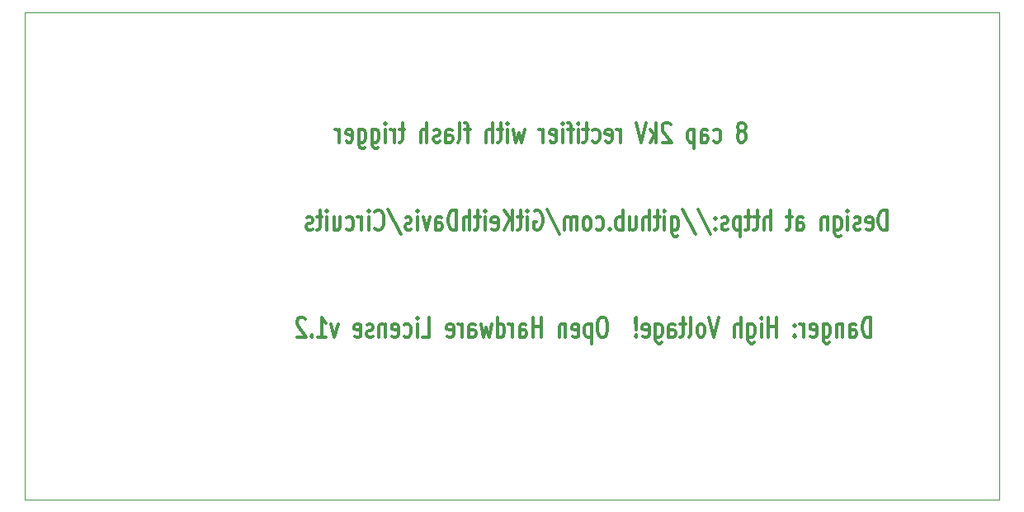
<source format=gbr>
G04 #@! TF.GenerationSoftware,KiCad,Pcbnew,5.1.4-e60b266~84~ubuntu16.04.1*
G04 #@! TF.CreationDate,2019-10-08T23:41:47-05:00*
G04 #@! TF.ProjectId,8cap,38636170-2e6b-4696-9361-645f70636258,rev?*
G04 #@! TF.SameCoordinates,Original*
G04 #@! TF.FileFunction,Legend,Bot*
G04 #@! TF.FilePolarity,Positive*
%FSLAX46Y46*%
G04 Gerber Fmt 4.6, Leading zero omitted, Abs format (unit mm)*
G04 Created by KiCad (PCBNEW 5.1.4-e60b266~84~ubuntu16.04.1) date 2019-10-08 23:41:47*
%MOMM*%
%LPD*%
G04 APERTURE LIST*
%ADD10C,0.300000*%
%ADD11C,0.050000*%
G04 APERTURE END LIST*
D10*
X186792857Y-133304761D02*
X186792857Y-131304761D01*
X186435714Y-131304761D01*
X186221428Y-131400000D01*
X186078571Y-131590476D01*
X186007142Y-131780952D01*
X185935714Y-132161904D01*
X185935714Y-132447619D01*
X186007142Y-132828571D01*
X186078571Y-133019047D01*
X186221428Y-133209523D01*
X186435714Y-133304761D01*
X186792857Y-133304761D01*
X184650000Y-133304761D02*
X184650000Y-132257142D01*
X184721428Y-132066666D01*
X184864285Y-131971428D01*
X185150000Y-131971428D01*
X185292857Y-132066666D01*
X184650000Y-133209523D02*
X184792857Y-133304761D01*
X185150000Y-133304761D01*
X185292857Y-133209523D01*
X185364285Y-133019047D01*
X185364285Y-132828571D01*
X185292857Y-132638095D01*
X185150000Y-132542857D01*
X184792857Y-132542857D01*
X184650000Y-132447619D01*
X183935714Y-131971428D02*
X183935714Y-133304761D01*
X183935714Y-132161904D02*
X183864285Y-132066666D01*
X183721428Y-131971428D01*
X183507142Y-131971428D01*
X183364285Y-132066666D01*
X183292857Y-132257142D01*
X183292857Y-133304761D01*
X181935714Y-131971428D02*
X181935714Y-133590476D01*
X182007142Y-133780952D01*
X182078571Y-133876190D01*
X182221428Y-133971428D01*
X182435714Y-133971428D01*
X182578571Y-133876190D01*
X181935714Y-133209523D02*
X182078571Y-133304761D01*
X182364285Y-133304761D01*
X182507142Y-133209523D01*
X182578571Y-133114285D01*
X182650000Y-132923809D01*
X182650000Y-132352380D01*
X182578571Y-132161904D01*
X182507142Y-132066666D01*
X182364285Y-131971428D01*
X182078571Y-131971428D01*
X181935714Y-132066666D01*
X180650000Y-133209523D02*
X180792857Y-133304761D01*
X181078571Y-133304761D01*
X181221428Y-133209523D01*
X181292857Y-133019047D01*
X181292857Y-132257142D01*
X181221428Y-132066666D01*
X181078571Y-131971428D01*
X180792857Y-131971428D01*
X180650000Y-132066666D01*
X180578571Y-132257142D01*
X180578571Y-132447619D01*
X181292857Y-132638095D01*
X179935714Y-133304761D02*
X179935714Y-131971428D01*
X179935714Y-132352380D02*
X179864285Y-132161904D01*
X179792857Y-132066666D01*
X179650000Y-131971428D01*
X179507142Y-131971428D01*
X179007142Y-133114285D02*
X178935714Y-133209523D01*
X179007142Y-133304761D01*
X179078571Y-133209523D01*
X179007142Y-133114285D01*
X179007142Y-133304761D01*
X179007142Y-132066666D02*
X178935714Y-132161904D01*
X179007142Y-132257142D01*
X179078571Y-132161904D01*
X179007142Y-132066666D01*
X179007142Y-132257142D01*
X177150000Y-133304761D02*
X177150000Y-131304761D01*
X177150000Y-132257142D02*
X176292857Y-132257142D01*
X176292857Y-133304761D02*
X176292857Y-131304761D01*
X175578571Y-133304761D02*
X175578571Y-131971428D01*
X175578571Y-131304761D02*
X175650000Y-131400000D01*
X175578571Y-131495238D01*
X175507142Y-131400000D01*
X175578571Y-131304761D01*
X175578571Y-131495238D01*
X174221428Y-131971428D02*
X174221428Y-133590476D01*
X174292857Y-133780952D01*
X174364285Y-133876190D01*
X174507142Y-133971428D01*
X174721428Y-133971428D01*
X174864285Y-133876190D01*
X174221428Y-133209523D02*
X174364285Y-133304761D01*
X174650000Y-133304761D01*
X174792857Y-133209523D01*
X174864285Y-133114285D01*
X174935714Y-132923809D01*
X174935714Y-132352380D01*
X174864285Y-132161904D01*
X174792857Y-132066666D01*
X174650000Y-131971428D01*
X174364285Y-131971428D01*
X174221428Y-132066666D01*
X173507142Y-133304761D02*
X173507142Y-131304761D01*
X172864285Y-133304761D02*
X172864285Y-132257142D01*
X172935714Y-132066666D01*
X173078571Y-131971428D01*
X173292857Y-131971428D01*
X173435714Y-132066666D01*
X173507142Y-132161904D01*
X171221428Y-131304761D02*
X170721428Y-133304761D01*
X170221428Y-131304761D01*
X169507142Y-133304761D02*
X169650000Y-133209523D01*
X169721428Y-133114285D01*
X169792857Y-132923809D01*
X169792857Y-132352380D01*
X169721428Y-132161904D01*
X169650000Y-132066666D01*
X169507142Y-131971428D01*
X169292857Y-131971428D01*
X169150000Y-132066666D01*
X169078571Y-132161904D01*
X169007142Y-132352380D01*
X169007142Y-132923809D01*
X169078571Y-133114285D01*
X169150000Y-133209523D01*
X169292857Y-133304761D01*
X169507142Y-133304761D01*
X168150000Y-133304761D02*
X168292857Y-133209523D01*
X168364285Y-133019047D01*
X168364285Y-131304761D01*
X167792857Y-131971428D02*
X167221428Y-131971428D01*
X167578571Y-131304761D02*
X167578571Y-133019047D01*
X167507142Y-133209523D01*
X167364285Y-133304761D01*
X167221428Y-133304761D01*
X166078571Y-133304761D02*
X166078571Y-132257142D01*
X166150000Y-132066666D01*
X166292857Y-131971428D01*
X166578571Y-131971428D01*
X166721428Y-132066666D01*
X166078571Y-133209523D02*
X166221428Y-133304761D01*
X166578571Y-133304761D01*
X166721428Y-133209523D01*
X166792857Y-133019047D01*
X166792857Y-132828571D01*
X166721428Y-132638095D01*
X166578571Y-132542857D01*
X166221428Y-132542857D01*
X166078571Y-132447619D01*
X164721428Y-131971428D02*
X164721428Y-133590476D01*
X164792857Y-133780952D01*
X164864285Y-133876190D01*
X165007142Y-133971428D01*
X165221428Y-133971428D01*
X165364285Y-133876190D01*
X164721428Y-133209523D02*
X164864285Y-133304761D01*
X165150000Y-133304761D01*
X165292857Y-133209523D01*
X165364285Y-133114285D01*
X165435714Y-132923809D01*
X165435714Y-132352380D01*
X165364285Y-132161904D01*
X165292857Y-132066666D01*
X165150000Y-131971428D01*
X164864285Y-131971428D01*
X164721428Y-132066666D01*
X163435714Y-133209523D02*
X163578571Y-133304761D01*
X163864285Y-133304761D01*
X164007142Y-133209523D01*
X164078571Y-133019047D01*
X164078571Y-132257142D01*
X164007142Y-132066666D01*
X163864285Y-131971428D01*
X163578571Y-131971428D01*
X163435714Y-132066666D01*
X163364285Y-132257142D01*
X163364285Y-132447619D01*
X164078571Y-132638095D01*
X162721428Y-133114285D02*
X162650000Y-133209523D01*
X162721428Y-133304761D01*
X162792857Y-133209523D01*
X162721428Y-133114285D01*
X162721428Y-133304761D01*
X162721428Y-132542857D02*
X162792857Y-131400000D01*
X162721428Y-131304761D01*
X162650000Y-131400000D01*
X162721428Y-132542857D01*
X162721428Y-131304761D01*
X159435714Y-131304761D02*
X159150000Y-131304761D01*
X159007142Y-131400000D01*
X158864285Y-131590476D01*
X158792857Y-131971428D01*
X158792857Y-132638095D01*
X158864285Y-133019047D01*
X159007142Y-133209523D01*
X159150000Y-133304761D01*
X159435714Y-133304761D01*
X159578571Y-133209523D01*
X159721428Y-133019047D01*
X159792857Y-132638095D01*
X159792857Y-131971428D01*
X159721428Y-131590476D01*
X159578571Y-131400000D01*
X159435714Y-131304761D01*
X158150000Y-131971428D02*
X158150000Y-133971428D01*
X158150000Y-132066666D02*
X158007142Y-131971428D01*
X157721428Y-131971428D01*
X157578571Y-132066666D01*
X157507142Y-132161904D01*
X157435714Y-132352380D01*
X157435714Y-132923809D01*
X157507142Y-133114285D01*
X157578571Y-133209523D01*
X157721428Y-133304761D01*
X158007142Y-133304761D01*
X158150000Y-133209523D01*
X156221428Y-133209523D02*
X156364285Y-133304761D01*
X156650000Y-133304761D01*
X156792857Y-133209523D01*
X156864285Y-133019047D01*
X156864285Y-132257142D01*
X156792857Y-132066666D01*
X156650000Y-131971428D01*
X156364285Y-131971428D01*
X156221428Y-132066666D01*
X156150000Y-132257142D01*
X156150000Y-132447619D01*
X156864285Y-132638095D01*
X155507142Y-131971428D02*
X155507142Y-133304761D01*
X155507142Y-132161904D02*
X155435714Y-132066666D01*
X155292857Y-131971428D01*
X155078571Y-131971428D01*
X154935714Y-132066666D01*
X154864285Y-132257142D01*
X154864285Y-133304761D01*
X153007142Y-133304761D02*
X153007142Y-131304761D01*
X153007142Y-132257142D02*
X152150000Y-132257142D01*
X152150000Y-133304761D02*
X152150000Y-131304761D01*
X150792857Y-133304761D02*
X150792857Y-132257142D01*
X150864285Y-132066666D01*
X151007142Y-131971428D01*
X151292857Y-131971428D01*
X151435714Y-132066666D01*
X150792857Y-133209523D02*
X150935714Y-133304761D01*
X151292857Y-133304761D01*
X151435714Y-133209523D01*
X151507142Y-133019047D01*
X151507142Y-132828571D01*
X151435714Y-132638095D01*
X151292857Y-132542857D01*
X150935714Y-132542857D01*
X150792857Y-132447619D01*
X150078571Y-133304761D02*
X150078571Y-131971428D01*
X150078571Y-132352380D02*
X150007142Y-132161904D01*
X149935714Y-132066666D01*
X149792857Y-131971428D01*
X149650000Y-131971428D01*
X148507142Y-133304761D02*
X148507142Y-131304761D01*
X148507142Y-133209523D02*
X148650000Y-133304761D01*
X148935714Y-133304761D01*
X149078571Y-133209523D01*
X149150000Y-133114285D01*
X149221428Y-132923809D01*
X149221428Y-132352380D01*
X149150000Y-132161904D01*
X149078571Y-132066666D01*
X148935714Y-131971428D01*
X148650000Y-131971428D01*
X148507142Y-132066666D01*
X147935714Y-131971428D02*
X147650000Y-133304761D01*
X147364285Y-132352380D01*
X147078571Y-133304761D01*
X146792857Y-131971428D01*
X145578571Y-133304761D02*
X145578571Y-132257142D01*
X145650000Y-132066666D01*
X145792857Y-131971428D01*
X146078571Y-131971428D01*
X146221428Y-132066666D01*
X145578571Y-133209523D02*
X145721428Y-133304761D01*
X146078571Y-133304761D01*
X146221428Y-133209523D01*
X146292857Y-133019047D01*
X146292857Y-132828571D01*
X146221428Y-132638095D01*
X146078571Y-132542857D01*
X145721428Y-132542857D01*
X145578571Y-132447619D01*
X144864285Y-133304761D02*
X144864285Y-131971428D01*
X144864285Y-132352380D02*
X144792857Y-132161904D01*
X144721428Y-132066666D01*
X144578571Y-131971428D01*
X144435714Y-131971428D01*
X143364285Y-133209523D02*
X143507142Y-133304761D01*
X143792857Y-133304761D01*
X143935714Y-133209523D01*
X144007142Y-133019047D01*
X144007142Y-132257142D01*
X143935714Y-132066666D01*
X143792857Y-131971428D01*
X143507142Y-131971428D01*
X143364285Y-132066666D01*
X143292857Y-132257142D01*
X143292857Y-132447619D01*
X144007142Y-132638095D01*
X140792857Y-133304761D02*
X141507142Y-133304761D01*
X141507142Y-131304761D01*
X140292857Y-133304761D02*
X140292857Y-131971428D01*
X140292857Y-131304761D02*
X140364285Y-131400000D01*
X140292857Y-131495238D01*
X140221428Y-131400000D01*
X140292857Y-131304761D01*
X140292857Y-131495238D01*
X138935714Y-133209523D02*
X139078571Y-133304761D01*
X139364285Y-133304761D01*
X139507142Y-133209523D01*
X139578571Y-133114285D01*
X139649999Y-132923809D01*
X139649999Y-132352380D01*
X139578571Y-132161904D01*
X139507142Y-132066666D01*
X139364285Y-131971428D01*
X139078571Y-131971428D01*
X138935714Y-132066666D01*
X137721428Y-133209523D02*
X137864285Y-133304761D01*
X138149999Y-133304761D01*
X138292857Y-133209523D01*
X138364285Y-133019047D01*
X138364285Y-132257142D01*
X138292857Y-132066666D01*
X138149999Y-131971428D01*
X137864285Y-131971428D01*
X137721428Y-132066666D01*
X137649999Y-132257142D01*
X137649999Y-132447619D01*
X138364285Y-132638095D01*
X137007142Y-131971428D02*
X137007142Y-133304761D01*
X137007142Y-132161904D02*
X136935714Y-132066666D01*
X136792857Y-131971428D01*
X136578571Y-131971428D01*
X136435714Y-132066666D01*
X136364285Y-132257142D01*
X136364285Y-133304761D01*
X135721428Y-133209523D02*
X135578571Y-133304761D01*
X135292857Y-133304761D01*
X135149999Y-133209523D01*
X135078571Y-133019047D01*
X135078571Y-132923809D01*
X135149999Y-132733333D01*
X135292857Y-132638095D01*
X135507142Y-132638095D01*
X135649999Y-132542857D01*
X135721428Y-132352380D01*
X135721428Y-132257142D01*
X135649999Y-132066666D01*
X135507142Y-131971428D01*
X135292857Y-131971428D01*
X135149999Y-132066666D01*
X133864285Y-133209523D02*
X134007142Y-133304761D01*
X134292857Y-133304761D01*
X134435714Y-133209523D01*
X134507142Y-133019047D01*
X134507142Y-132257142D01*
X134435714Y-132066666D01*
X134292857Y-131971428D01*
X134007142Y-131971428D01*
X133864285Y-132066666D01*
X133792857Y-132257142D01*
X133792857Y-132447619D01*
X134507142Y-132638095D01*
X132149999Y-131971428D02*
X131792857Y-133304761D01*
X131435714Y-131971428D01*
X130078571Y-133304761D02*
X130935714Y-133304761D01*
X130507142Y-133304761D02*
X130507142Y-131304761D01*
X130649999Y-131590476D01*
X130792857Y-131780952D01*
X130935714Y-131876190D01*
X129435714Y-133114285D02*
X129364285Y-133209523D01*
X129435714Y-133304761D01*
X129507142Y-133209523D01*
X129435714Y-133114285D01*
X129435714Y-133304761D01*
X128792857Y-131495238D02*
X128721428Y-131400000D01*
X128578571Y-131304761D01*
X128221428Y-131304761D01*
X128078571Y-131400000D01*
X128007142Y-131495238D01*
X127935714Y-131685714D01*
X127935714Y-131876190D01*
X128007142Y-132161904D01*
X128864285Y-133304761D01*
X127935714Y-133304761D01*
X188450000Y-122304761D02*
X188450000Y-120304761D01*
X188092857Y-120304761D01*
X187878571Y-120400000D01*
X187735714Y-120590476D01*
X187664285Y-120780952D01*
X187592857Y-121161904D01*
X187592857Y-121447619D01*
X187664285Y-121828571D01*
X187735714Y-122019047D01*
X187878571Y-122209523D01*
X188092857Y-122304761D01*
X188450000Y-122304761D01*
X186378571Y-122209523D02*
X186521428Y-122304761D01*
X186807142Y-122304761D01*
X186950000Y-122209523D01*
X187021428Y-122019047D01*
X187021428Y-121257142D01*
X186950000Y-121066666D01*
X186807142Y-120971428D01*
X186521428Y-120971428D01*
X186378571Y-121066666D01*
X186307142Y-121257142D01*
X186307142Y-121447619D01*
X187021428Y-121638095D01*
X185735714Y-122209523D02*
X185592857Y-122304761D01*
X185307142Y-122304761D01*
X185164285Y-122209523D01*
X185092857Y-122019047D01*
X185092857Y-121923809D01*
X185164285Y-121733333D01*
X185307142Y-121638095D01*
X185521428Y-121638095D01*
X185664285Y-121542857D01*
X185735714Y-121352380D01*
X185735714Y-121257142D01*
X185664285Y-121066666D01*
X185521428Y-120971428D01*
X185307142Y-120971428D01*
X185164285Y-121066666D01*
X184450000Y-122304761D02*
X184450000Y-120971428D01*
X184450000Y-120304761D02*
X184521428Y-120400000D01*
X184450000Y-120495238D01*
X184378571Y-120400000D01*
X184450000Y-120304761D01*
X184450000Y-120495238D01*
X183092857Y-120971428D02*
X183092857Y-122590476D01*
X183164285Y-122780952D01*
X183235714Y-122876190D01*
X183378571Y-122971428D01*
X183592857Y-122971428D01*
X183735714Y-122876190D01*
X183092857Y-122209523D02*
X183235714Y-122304761D01*
X183521428Y-122304761D01*
X183664285Y-122209523D01*
X183735714Y-122114285D01*
X183807142Y-121923809D01*
X183807142Y-121352380D01*
X183735714Y-121161904D01*
X183664285Y-121066666D01*
X183521428Y-120971428D01*
X183235714Y-120971428D01*
X183092857Y-121066666D01*
X182378571Y-120971428D02*
X182378571Y-122304761D01*
X182378571Y-121161904D02*
X182307142Y-121066666D01*
X182164285Y-120971428D01*
X181950000Y-120971428D01*
X181807142Y-121066666D01*
X181735714Y-121257142D01*
X181735714Y-122304761D01*
X179235714Y-122304761D02*
X179235714Y-121257142D01*
X179307142Y-121066666D01*
X179450000Y-120971428D01*
X179735714Y-120971428D01*
X179878571Y-121066666D01*
X179235714Y-122209523D02*
X179378571Y-122304761D01*
X179735714Y-122304761D01*
X179878571Y-122209523D01*
X179950000Y-122019047D01*
X179950000Y-121828571D01*
X179878571Y-121638095D01*
X179735714Y-121542857D01*
X179378571Y-121542857D01*
X179235714Y-121447619D01*
X178735714Y-120971428D02*
X178164285Y-120971428D01*
X178521428Y-120304761D02*
X178521428Y-122019047D01*
X178450000Y-122209523D01*
X178307142Y-122304761D01*
X178164285Y-122304761D01*
X176521428Y-122304761D02*
X176521428Y-120304761D01*
X175878571Y-122304761D02*
X175878571Y-121257142D01*
X175950000Y-121066666D01*
X176092857Y-120971428D01*
X176307142Y-120971428D01*
X176450000Y-121066666D01*
X176521428Y-121161904D01*
X175378571Y-120971428D02*
X174807142Y-120971428D01*
X175164285Y-120304761D02*
X175164285Y-122019047D01*
X175092857Y-122209523D01*
X174950000Y-122304761D01*
X174807142Y-122304761D01*
X174521428Y-120971428D02*
X173950000Y-120971428D01*
X174307142Y-120304761D02*
X174307142Y-122019047D01*
X174235714Y-122209523D01*
X174092857Y-122304761D01*
X173950000Y-122304761D01*
X173450000Y-120971428D02*
X173450000Y-122971428D01*
X173450000Y-121066666D02*
X173307142Y-120971428D01*
X173021428Y-120971428D01*
X172878571Y-121066666D01*
X172807142Y-121161904D01*
X172735714Y-121352380D01*
X172735714Y-121923809D01*
X172807142Y-122114285D01*
X172878571Y-122209523D01*
X173021428Y-122304761D01*
X173307142Y-122304761D01*
X173450000Y-122209523D01*
X172164285Y-122209523D02*
X172021428Y-122304761D01*
X171735714Y-122304761D01*
X171592857Y-122209523D01*
X171521428Y-122019047D01*
X171521428Y-121923809D01*
X171592857Y-121733333D01*
X171735714Y-121638095D01*
X171950000Y-121638095D01*
X172092857Y-121542857D01*
X172164285Y-121352380D01*
X172164285Y-121257142D01*
X172092857Y-121066666D01*
X171950000Y-120971428D01*
X171735714Y-120971428D01*
X171592857Y-121066666D01*
X170878571Y-122114285D02*
X170807142Y-122209523D01*
X170878571Y-122304761D01*
X170950000Y-122209523D01*
X170878571Y-122114285D01*
X170878571Y-122304761D01*
X170878571Y-121066666D02*
X170807142Y-121161904D01*
X170878571Y-121257142D01*
X170950000Y-121161904D01*
X170878571Y-121066666D01*
X170878571Y-121257142D01*
X169092857Y-120209523D02*
X170378571Y-122780952D01*
X167521428Y-120209523D02*
X168807142Y-122780952D01*
X166378571Y-120971428D02*
X166378571Y-122590476D01*
X166450000Y-122780952D01*
X166521428Y-122876190D01*
X166664285Y-122971428D01*
X166878571Y-122971428D01*
X167021428Y-122876190D01*
X166378571Y-122209523D02*
X166521428Y-122304761D01*
X166807142Y-122304761D01*
X166950000Y-122209523D01*
X167021428Y-122114285D01*
X167092857Y-121923809D01*
X167092857Y-121352380D01*
X167021428Y-121161904D01*
X166950000Y-121066666D01*
X166807142Y-120971428D01*
X166521428Y-120971428D01*
X166378571Y-121066666D01*
X165664285Y-122304761D02*
X165664285Y-120971428D01*
X165664285Y-120304761D02*
X165735714Y-120400000D01*
X165664285Y-120495238D01*
X165592857Y-120400000D01*
X165664285Y-120304761D01*
X165664285Y-120495238D01*
X165164285Y-120971428D02*
X164592857Y-120971428D01*
X164949999Y-120304761D02*
X164949999Y-122019047D01*
X164878571Y-122209523D01*
X164735714Y-122304761D01*
X164592857Y-122304761D01*
X164092857Y-122304761D02*
X164092857Y-120304761D01*
X163449999Y-122304761D02*
X163449999Y-121257142D01*
X163521428Y-121066666D01*
X163664285Y-120971428D01*
X163878571Y-120971428D01*
X164021428Y-121066666D01*
X164092857Y-121161904D01*
X162092857Y-120971428D02*
X162092857Y-122304761D01*
X162735714Y-120971428D02*
X162735714Y-122019047D01*
X162664285Y-122209523D01*
X162521428Y-122304761D01*
X162307142Y-122304761D01*
X162164285Y-122209523D01*
X162092857Y-122114285D01*
X161378571Y-122304761D02*
X161378571Y-120304761D01*
X161378571Y-121066666D02*
X161235714Y-120971428D01*
X160949999Y-120971428D01*
X160807142Y-121066666D01*
X160735714Y-121161904D01*
X160664285Y-121352380D01*
X160664285Y-121923809D01*
X160735714Y-122114285D01*
X160807142Y-122209523D01*
X160949999Y-122304761D01*
X161235714Y-122304761D01*
X161378571Y-122209523D01*
X160021428Y-122114285D02*
X159949999Y-122209523D01*
X160021428Y-122304761D01*
X160092857Y-122209523D01*
X160021428Y-122114285D01*
X160021428Y-122304761D01*
X158664285Y-122209523D02*
X158807142Y-122304761D01*
X159092857Y-122304761D01*
X159235714Y-122209523D01*
X159307142Y-122114285D01*
X159378571Y-121923809D01*
X159378571Y-121352380D01*
X159307142Y-121161904D01*
X159235714Y-121066666D01*
X159092857Y-120971428D01*
X158807142Y-120971428D01*
X158664285Y-121066666D01*
X157807142Y-122304761D02*
X157949999Y-122209523D01*
X158021428Y-122114285D01*
X158092857Y-121923809D01*
X158092857Y-121352380D01*
X158021428Y-121161904D01*
X157949999Y-121066666D01*
X157807142Y-120971428D01*
X157592857Y-120971428D01*
X157449999Y-121066666D01*
X157378571Y-121161904D01*
X157307142Y-121352380D01*
X157307142Y-121923809D01*
X157378571Y-122114285D01*
X157449999Y-122209523D01*
X157592857Y-122304761D01*
X157807142Y-122304761D01*
X156664285Y-122304761D02*
X156664285Y-120971428D01*
X156664285Y-121161904D02*
X156592857Y-121066666D01*
X156449999Y-120971428D01*
X156235714Y-120971428D01*
X156092857Y-121066666D01*
X156021428Y-121257142D01*
X156021428Y-122304761D01*
X156021428Y-121257142D02*
X155949999Y-121066666D01*
X155807142Y-120971428D01*
X155592857Y-120971428D01*
X155449999Y-121066666D01*
X155378571Y-121257142D01*
X155378571Y-122304761D01*
X153592857Y-120209523D02*
X154878571Y-122780952D01*
X152307142Y-120400000D02*
X152449999Y-120304761D01*
X152664285Y-120304761D01*
X152878571Y-120400000D01*
X153021428Y-120590476D01*
X153092857Y-120780952D01*
X153164285Y-121161904D01*
X153164285Y-121447619D01*
X153092857Y-121828571D01*
X153021428Y-122019047D01*
X152878571Y-122209523D01*
X152664285Y-122304761D01*
X152521428Y-122304761D01*
X152307142Y-122209523D01*
X152235714Y-122114285D01*
X152235714Y-121447619D01*
X152521428Y-121447619D01*
X151592857Y-122304761D02*
X151592857Y-120971428D01*
X151592857Y-120304761D02*
X151664285Y-120400000D01*
X151592857Y-120495238D01*
X151521428Y-120400000D01*
X151592857Y-120304761D01*
X151592857Y-120495238D01*
X151092857Y-120971428D02*
X150521428Y-120971428D01*
X150878571Y-120304761D02*
X150878571Y-122019047D01*
X150807142Y-122209523D01*
X150664285Y-122304761D01*
X150521428Y-122304761D01*
X150021428Y-122304761D02*
X150021428Y-120304761D01*
X149164285Y-122304761D02*
X149807142Y-121161904D01*
X149164285Y-120304761D02*
X150021428Y-121447619D01*
X147949999Y-122209523D02*
X148092857Y-122304761D01*
X148378571Y-122304761D01*
X148521428Y-122209523D01*
X148592857Y-122019047D01*
X148592857Y-121257142D01*
X148521428Y-121066666D01*
X148378571Y-120971428D01*
X148092857Y-120971428D01*
X147949999Y-121066666D01*
X147878571Y-121257142D01*
X147878571Y-121447619D01*
X148592857Y-121638095D01*
X147235714Y-122304761D02*
X147235714Y-120971428D01*
X147235714Y-120304761D02*
X147307142Y-120400000D01*
X147235714Y-120495238D01*
X147164285Y-120400000D01*
X147235714Y-120304761D01*
X147235714Y-120495238D01*
X146735714Y-120971428D02*
X146164285Y-120971428D01*
X146521428Y-120304761D02*
X146521428Y-122019047D01*
X146449999Y-122209523D01*
X146307142Y-122304761D01*
X146164285Y-122304761D01*
X145664285Y-122304761D02*
X145664285Y-120304761D01*
X145021428Y-122304761D02*
X145021428Y-121257142D01*
X145092857Y-121066666D01*
X145235714Y-120971428D01*
X145449999Y-120971428D01*
X145592857Y-121066666D01*
X145664285Y-121161904D01*
X144307142Y-122304761D02*
X144307142Y-120304761D01*
X143949999Y-120304761D01*
X143735714Y-120400000D01*
X143592857Y-120590476D01*
X143521428Y-120780952D01*
X143449999Y-121161904D01*
X143449999Y-121447619D01*
X143521428Y-121828571D01*
X143592857Y-122019047D01*
X143735714Y-122209523D01*
X143949999Y-122304761D01*
X144307142Y-122304761D01*
X142164285Y-122304761D02*
X142164285Y-121257142D01*
X142235714Y-121066666D01*
X142378571Y-120971428D01*
X142664285Y-120971428D01*
X142807142Y-121066666D01*
X142164285Y-122209523D02*
X142307142Y-122304761D01*
X142664285Y-122304761D01*
X142807142Y-122209523D01*
X142878571Y-122019047D01*
X142878571Y-121828571D01*
X142807142Y-121638095D01*
X142664285Y-121542857D01*
X142307142Y-121542857D01*
X142164285Y-121447619D01*
X141592857Y-120971428D02*
X141235714Y-122304761D01*
X140878571Y-120971428D01*
X140307142Y-122304761D02*
X140307142Y-120971428D01*
X140307142Y-120304761D02*
X140378571Y-120400000D01*
X140307142Y-120495238D01*
X140235714Y-120400000D01*
X140307142Y-120304761D01*
X140307142Y-120495238D01*
X139664285Y-122209523D02*
X139521428Y-122304761D01*
X139235714Y-122304761D01*
X139092857Y-122209523D01*
X139021428Y-122019047D01*
X139021428Y-121923809D01*
X139092857Y-121733333D01*
X139235714Y-121638095D01*
X139449999Y-121638095D01*
X139592857Y-121542857D01*
X139664285Y-121352380D01*
X139664285Y-121257142D01*
X139592857Y-121066666D01*
X139449999Y-120971428D01*
X139235714Y-120971428D01*
X139092857Y-121066666D01*
X137307142Y-120209523D02*
X138592857Y-122780952D01*
X135949999Y-122114285D02*
X136021428Y-122209523D01*
X136235714Y-122304761D01*
X136378571Y-122304761D01*
X136592857Y-122209523D01*
X136735714Y-122019047D01*
X136807142Y-121828571D01*
X136878571Y-121447619D01*
X136878571Y-121161904D01*
X136807142Y-120780952D01*
X136735714Y-120590476D01*
X136592857Y-120400000D01*
X136378571Y-120304761D01*
X136235714Y-120304761D01*
X136021428Y-120400000D01*
X135949999Y-120495238D01*
X135307142Y-122304761D02*
X135307142Y-120971428D01*
X135307142Y-120304761D02*
X135378571Y-120400000D01*
X135307142Y-120495238D01*
X135235714Y-120400000D01*
X135307142Y-120304761D01*
X135307142Y-120495238D01*
X134592857Y-122304761D02*
X134592857Y-120971428D01*
X134592857Y-121352380D02*
X134521428Y-121161904D01*
X134449999Y-121066666D01*
X134307142Y-120971428D01*
X134164285Y-120971428D01*
X133021428Y-122209523D02*
X133164285Y-122304761D01*
X133449999Y-122304761D01*
X133592857Y-122209523D01*
X133664285Y-122114285D01*
X133735714Y-121923809D01*
X133735714Y-121352380D01*
X133664285Y-121161904D01*
X133592857Y-121066666D01*
X133449999Y-120971428D01*
X133164285Y-120971428D01*
X133021428Y-121066666D01*
X131735714Y-120971428D02*
X131735714Y-122304761D01*
X132378571Y-120971428D02*
X132378571Y-122019047D01*
X132307142Y-122209523D01*
X132164285Y-122304761D01*
X131949999Y-122304761D01*
X131807142Y-122209523D01*
X131735714Y-122114285D01*
X131021428Y-122304761D02*
X131021428Y-120971428D01*
X131021428Y-120304761D02*
X131092857Y-120400000D01*
X131021428Y-120495238D01*
X130949999Y-120400000D01*
X131021428Y-120304761D01*
X131021428Y-120495238D01*
X130521428Y-120971428D02*
X129949999Y-120971428D01*
X130307142Y-120304761D02*
X130307142Y-122019047D01*
X130235714Y-122209523D01*
X130092857Y-122304761D01*
X129949999Y-122304761D01*
X129521428Y-122209523D02*
X129378571Y-122304761D01*
X129092857Y-122304761D01*
X128949999Y-122209523D01*
X128878571Y-122019047D01*
X128878571Y-121923809D01*
X128949999Y-121733333D01*
X129092857Y-121638095D01*
X129307142Y-121638095D01*
X129449999Y-121542857D01*
X129521428Y-121352380D01*
X129521428Y-121257142D01*
X129449999Y-121066666D01*
X129307142Y-120971428D01*
X129092857Y-120971428D01*
X128949999Y-121066666D01*
X173714285Y-112161904D02*
X173857142Y-112066666D01*
X173928571Y-111971428D01*
X174000000Y-111780952D01*
X174000000Y-111685714D01*
X173928571Y-111495238D01*
X173857142Y-111400000D01*
X173714285Y-111304761D01*
X173428571Y-111304761D01*
X173285714Y-111400000D01*
X173214285Y-111495238D01*
X173142857Y-111685714D01*
X173142857Y-111780952D01*
X173214285Y-111971428D01*
X173285714Y-112066666D01*
X173428571Y-112161904D01*
X173714285Y-112161904D01*
X173857142Y-112257142D01*
X173928571Y-112352380D01*
X174000000Y-112542857D01*
X174000000Y-112923809D01*
X173928571Y-113114285D01*
X173857142Y-113209523D01*
X173714285Y-113304761D01*
X173428571Y-113304761D01*
X173285714Y-113209523D01*
X173214285Y-113114285D01*
X173142857Y-112923809D01*
X173142857Y-112542857D01*
X173214285Y-112352380D01*
X173285714Y-112257142D01*
X173428571Y-112161904D01*
X170714285Y-113209523D02*
X170857142Y-113304761D01*
X171142857Y-113304761D01*
X171285714Y-113209523D01*
X171357142Y-113114285D01*
X171428571Y-112923809D01*
X171428571Y-112352380D01*
X171357142Y-112161904D01*
X171285714Y-112066666D01*
X171142857Y-111971428D01*
X170857142Y-111971428D01*
X170714285Y-112066666D01*
X169428571Y-113304761D02*
X169428571Y-112257142D01*
X169500000Y-112066666D01*
X169642857Y-111971428D01*
X169928571Y-111971428D01*
X170071428Y-112066666D01*
X169428571Y-113209523D02*
X169571428Y-113304761D01*
X169928571Y-113304761D01*
X170071428Y-113209523D01*
X170142857Y-113019047D01*
X170142857Y-112828571D01*
X170071428Y-112638095D01*
X169928571Y-112542857D01*
X169571428Y-112542857D01*
X169428571Y-112447619D01*
X168714285Y-111971428D02*
X168714285Y-113971428D01*
X168714285Y-112066666D02*
X168571428Y-111971428D01*
X168285714Y-111971428D01*
X168142857Y-112066666D01*
X168071428Y-112161904D01*
X168000000Y-112352380D01*
X168000000Y-112923809D01*
X168071428Y-113114285D01*
X168142857Y-113209523D01*
X168285714Y-113304761D01*
X168571428Y-113304761D01*
X168714285Y-113209523D01*
X166285714Y-111495238D02*
X166214285Y-111400000D01*
X166071428Y-111304761D01*
X165714285Y-111304761D01*
X165571428Y-111400000D01*
X165500000Y-111495238D01*
X165428571Y-111685714D01*
X165428571Y-111876190D01*
X165500000Y-112161904D01*
X166357142Y-113304761D01*
X165428571Y-113304761D01*
X164785714Y-113304761D02*
X164785714Y-111304761D01*
X164642857Y-112542857D02*
X164214285Y-113304761D01*
X164214285Y-111971428D02*
X164785714Y-112733333D01*
X163785714Y-111304761D02*
X163285714Y-113304761D01*
X162785714Y-111304761D01*
X161142857Y-113304761D02*
X161142857Y-111971428D01*
X161142857Y-112352380D02*
X161071428Y-112161904D01*
X161000000Y-112066666D01*
X160857142Y-111971428D01*
X160714285Y-111971428D01*
X159642857Y-113209523D02*
X159785714Y-113304761D01*
X160071428Y-113304761D01*
X160214285Y-113209523D01*
X160285714Y-113019047D01*
X160285714Y-112257142D01*
X160214285Y-112066666D01*
X160071428Y-111971428D01*
X159785714Y-111971428D01*
X159642857Y-112066666D01*
X159571428Y-112257142D01*
X159571428Y-112447619D01*
X160285714Y-112638095D01*
X158285714Y-113209523D02*
X158428571Y-113304761D01*
X158714285Y-113304761D01*
X158857142Y-113209523D01*
X158928571Y-113114285D01*
X159000000Y-112923809D01*
X159000000Y-112352380D01*
X158928571Y-112161904D01*
X158857142Y-112066666D01*
X158714285Y-111971428D01*
X158428571Y-111971428D01*
X158285714Y-112066666D01*
X157857142Y-111971428D02*
X157285714Y-111971428D01*
X157642857Y-111304761D02*
X157642857Y-113019047D01*
X157571428Y-113209523D01*
X157428571Y-113304761D01*
X157285714Y-113304761D01*
X156785714Y-113304761D02*
X156785714Y-111971428D01*
X156785714Y-111304761D02*
X156857142Y-111400000D01*
X156785714Y-111495238D01*
X156714285Y-111400000D01*
X156785714Y-111304761D01*
X156785714Y-111495238D01*
X156285714Y-111971428D02*
X155714285Y-111971428D01*
X156071428Y-113304761D02*
X156071428Y-111590476D01*
X156000000Y-111400000D01*
X155857142Y-111304761D01*
X155714285Y-111304761D01*
X155214285Y-113304761D02*
X155214285Y-111971428D01*
X155214285Y-111304761D02*
X155285714Y-111400000D01*
X155214285Y-111495238D01*
X155142857Y-111400000D01*
X155214285Y-111304761D01*
X155214285Y-111495238D01*
X153928571Y-113209523D02*
X154071428Y-113304761D01*
X154357142Y-113304761D01*
X154500000Y-113209523D01*
X154571428Y-113019047D01*
X154571428Y-112257142D01*
X154500000Y-112066666D01*
X154357142Y-111971428D01*
X154071428Y-111971428D01*
X153928571Y-112066666D01*
X153857142Y-112257142D01*
X153857142Y-112447619D01*
X154571428Y-112638095D01*
X153214285Y-113304761D02*
X153214285Y-111971428D01*
X153214285Y-112352380D02*
X153142857Y-112161904D01*
X153071428Y-112066666D01*
X152928571Y-111971428D01*
X152785714Y-111971428D01*
X151285714Y-111971428D02*
X151000000Y-113304761D01*
X150714285Y-112352380D01*
X150428571Y-113304761D01*
X150142857Y-111971428D01*
X149571428Y-113304761D02*
X149571428Y-111971428D01*
X149571428Y-111304761D02*
X149642857Y-111400000D01*
X149571428Y-111495238D01*
X149500000Y-111400000D01*
X149571428Y-111304761D01*
X149571428Y-111495238D01*
X149071428Y-111971428D02*
X148500000Y-111971428D01*
X148857142Y-111304761D02*
X148857142Y-113019047D01*
X148785714Y-113209523D01*
X148642857Y-113304761D01*
X148500000Y-113304761D01*
X148000000Y-113304761D02*
X148000000Y-111304761D01*
X147357142Y-113304761D02*
X147357142Y-112257142D01*
X147428571Y-112066666D01*
X147571428Y-111971428D01*
X147785714Y-111971428D01*
X147928571Y-112066666D01*
X148000000Y-112161904D01*
X145714285Y-111971428D02*
X145142857Y-111971428D01*
X145500000Y-113304761D02*
X145500000Y-111590476D01*
X145428571Y-111400000D01*
X145285714Y-111304761D01*
X145142857Y-111304761D01*
X144428571Y-113304761D02*
X144571428Y-113209523D01*
X144642857Y-113019047D01*
X144642857Y-111304761D01*
X143214285Y-113304761D02*
X143214285Y-112257142D01*
X143285714Y-112066666D01*
X143428571Y-111971428D01*
X143714285Y-111971428D01*
X143857142Y-112066666D01*
X143214285Y-113209523D02*
X143357142Y-113304761D01*
X143714285Y-113304761D01*
X143857142Y-113209523D01*
X143928571Y-113019047D01*
X143928571Y-112828571D01*
X143857142Y-112638095D01*
X143714285Y-112542857D01*
X143357142Y-112542857D01*
X143214285Y-112447619D01*
X142571428Y-113209523D02*
X142428571Y-113304761D01*
X142142857Y-113304761D01*
X142000000Y-113209523D01*
X141928571Y-113019047D01*
X141928571Y-112923809D01*
X142000000Y-112733333D01*
X142142857Y-112638095D01*
X142357142Y-112638095D01*
X142500000Y-112542857D01*
X142571428Y-112352380D01*
X142571428Y-112257142D01*
X142500000Y-112066666D01*
X142357142Y-111971428D01*
X142142857Y-111971428D01*
X142000000Y-112066666D01*
X141285714Y-113304761D02*
X141285714Y-111304761D01*
X140642857Y-113304761D02*
X140642857Y-112257142D01*
X140714285Y-112066666D01*
X140857142Y-111971428D01*
X141071428Y-111971428D01*
X141214285Y-112066666D01*
X141285714Y-112161904D01*
X139000000Y-111971428D02*
X138428571Y-111971428D01*
X138785714Y-111304761D02*
X138785714Y-113019047D01*
X138714285Y-113209523D01*
X138571428Y-113304761D01*
X138428571Y-113304761D01*
X137928571Y-113304761D02*
X137928571Y-111971428D01*
X137928571Y-112352380D02*
X137857142Y-112161904D01*
X137785714Y-112066666D01*
X137642857Y-111971428D01*
X137500000Y-111971428D01*
X137000000Y-113304761D02*
X137000000Y-111971428D01*
X137000000Y-111304761D02*
X137071428Y-111400000D01*
X137000000Y-111495238D01*
X136928571Y-111400000D01*
X137000000Y-111304761D01*
X137000000Y-111495238D01*
X135642857Y-111971428D02*
X135642857Y-113590476D01*
X135714285Y-113780952D01*
X135785714Y-113876190D01*
X135928571Y-113971428D01*
X136142857Y-113971428D01*
X136285714Y-113876190D01*
X135642857Y-113209523D02*
X135785714Y-113304761D01*
X136071428Y-113304761D01*
X136214285Y-113209523D01*
X136285714Y-113114285D01*
X136357142Y-112923809D01*
X136357142Y-112352380D01*
X136285714Y-112161904D01*
X136214285Y-112066666D01*
X136071428Y-111971428D01*
X135785714Y-111971428D01*
X135642857Y-112066666D01*
X134285714Y-111971428D02*
X134285714Y-113590476D01*
X134357142Y-113780952D01*
X134428571Y-113876190D01*
X134571428Y-113971428D01*
X134785714Y-113971428D01*
X134928571Y-113876190D01*
X134285714Y-113209523D02*
X134428571Y-113304761D01*
X134714285Y-113304761D01*
X134857142Y-113209523D01*
X134928571Y-113114285D01*
X135000000Y-112923809D01*
X135000000Y-112352380D01*
X134928571Y-112161904D01*
X134857142Y-112066666D01*
X134714285Y-111971428D01*
X134428571Y-111971428D01*
X134285714Y-112066666D01*
X133000000Y-113209523D02*
X133142857Y-113304761D01*
X133428571Y-113304761D01*
X133571428Y-113209523D01*
X133642857Y-113019047D01*
X133642857Y-112257142D01*
X133571428Y-112066666D01*
X133428571Y-111971428D01*
X133142857Y-111971428D01*
X133000000Y-112066666D01*
X132928571Y-112257142D01*
X132928571Y-112447619D01*
X133642857Y-112638095D01*
X132285714Y-113304761D02*
X132285714Y-111971428D01*
X132285714Y-112352380D02*
X132214285Y-112161904D01*
X132142857Y-112066666D01*
X132000000Y-111971428D01*
X131857142Y-111971428D01*
D11*
X100000000Y-150000000D02*
X100000000Y-100000000D01*
X200000000Y-150000000D02*
X100000000Y-150000000D01*
X200000000Y-100000000D02*
X200000000Y-150000000D01*
X100000000Y-100000000D02*
X200000000Y-100000000D01*
M02*

</source>
